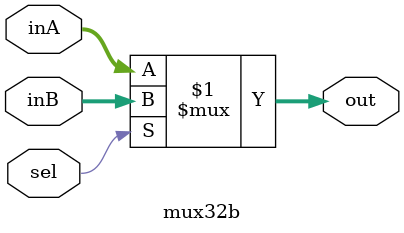
<source format=v>
module mux32b (inA, inB,out, sel);
	input [31:0] inA,inB;
	input sel;
	output [31:0] out;
	assign out= (sel) ? inB: inA;
	
endmodule

</source>
